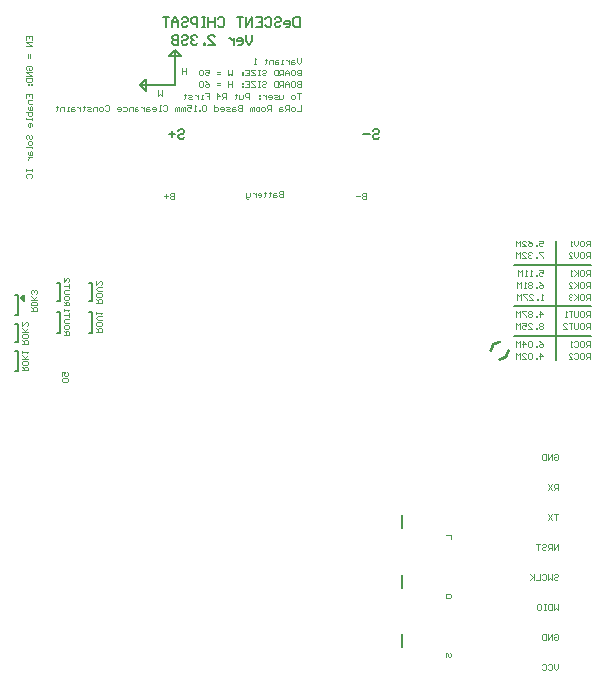
<source format=gbr>
G04*
G04 #@! TF.GenerationSoftware,Altium Limited,Altium Designer,25.8.1 (18)*
G04*
G04 Layer_Color=32896*
%FSLAX25Y25*%
%MOIN*%
G70*
G04*
G04 #@! TF.SameCoordinates,505960B2-D5C5-487F-9968-D24D6DC54575*
G04*
G04*
G04 #@! TF.FilePolarity,Positive*
G04*
G01*
G75*
%ADD13C,0.00600*%
%ADD14C,0.00787*%
%ADD15C,0.00598*%
%ADD19C,0.00315*%
%ADD66C,0.01000*%
D13*
X57190Y208565D02*
Y220376D01*
X55221Y218407D02*
X57190Y220376D01*
X55221Y218407D02*
X59158D01*
X47347Y206596D02*
Y210533D01*
X57190Y220376D02*
X59158Y218407D01*
X45379Y208565D02*
X47347Y210533D01*
X45379Y208565D02*
X57190D01*
X45379D02*
X47347Y206596D01*
X28543Y132874D02*
X29528D01*
Y125984D02*
Y132874D01*
X28543Y136811D02*
X29528D01*
Y142717D01*
X17717Y132874D02*
X18701D01*
Y125984D02*
Y132874D01*
X17717Y136811D02*
X18701D01*
Y142717D01*
X3937Y113189D02*
X4921D01*
Y120079D01*
X3937D02*
X4921D01*
X3937Y123031D02*
X4921D01*
Y128937D01*
X3937D02*
X4921D01*
X6890Y136811D02*
Y138779D01*
X5906Y137795D02*
X6890Y136811D01*
X5906Y137795D02*
X6890Y138779D01*
X3937Y131890D02*
X4921D01*
Y138779D01*
X3937D02*
X4921D01*
X17717Y125984D02*
X18701D01*
X17717Y142717D02*
X18701D01*
X28543Y125984D02*
X29528D01*
X28543Y142717D02*
X29528D01*
D14*
X132677Y41142D02*
Y45472D01*
Y21457D02*
Y25787D01*
Y60827D02*
Y65158D01*
X123098Y193372D02*
X123623Y193897D01*
X124672D01*
X125197Y193372D01*
Y192847D01*
X124672Y192322D01*
X123623D01*
X123098Y191798D01*
Y191273D01*
X123623Y190748D01*
X124672D01*
X125197Y191273D01*
X122048Y192322D02*
X119949D01*
X58137Y193372D02*
X58662Y193897D01*
X59711D01*
X60236Y193372D01*
Y192847D01*
X59711Y192322D01*
X58662D01*
X58137Y191798D01*
Y191273D01*
X58662Y190748D01*
X59711D01*
X60236Y191273D01*
X57088Y192322D02*
X54989D01*
X56038Y193372D02*
Y191273D01*
X98725Y231201D02*
Y228053D01*
X97151D01*
X96626Y228577D01*
Y230677D01*
X97151Y231201D01*
X98725D01*
X94002Y228053D02*
X95052D01*
X95577Y228577D01*
Y229627D01*
X95052Y230152D01*
X94002D01*
X93477Y229627D01*
Y229102D01*
X95577D01*
X90329Y230677D02*
X90854Y231201D01*
X91903D01*
X92428Y230677D01*
Y230152D01*
X91903Y229627D01*
X90854D01*
X90329Y229102D01*
Y228577D01*
X90854Y228053D01*
X91903D01*
X92428Y228577D01*
X87180Y230677D02*
X87705Y231201D01*
X88755D01*
X89279Y230677D01*
Y228577D01*
X88755Y228053D01*
X87705D01*
X87180Y228577D01*
X84032Y231201D02*
X86131D01*
Y228053D01*
X84032D01*
X86131Y229627D02*
X85081D01*
X82982Y228053D02*
Y231201D01*
X80883Y228053D01*
Y231201D01*
X79834D02*
X77735D01*
X78784D01*
Y228053D01*
X71437Y230677D02*
X71962Y231201D01*
X73012D01*
X73536Y230677D01*
Y228577D01*
X73012Y228053D01*
X71962D01*
X71437Y228577D01*
X70388Y231201D02*
Y228053D01*
Y229627D01*
X68289D01*
Y231201D01*
Y228053D01*
X67239Y231201D02*
X66190D01*
X66715D01*
Y228053D01*
X67239D01*
X66190D01*
X64615D02*
Y231201D01*
X63041D01*
X62516Y230677D01*
Y229627D01*
X63041Y229102D01*
X64615D01*
X59368Y230677D02*
X59893Y231201D01*
X60942D01*
X61467Y230677D01*
Y230152D01*
X60942Y229627D01*
X59893D01*
X59368Y229102D01*
Y228577D01*
X59893Y228053D01*
X60942D01*
X61467Y228577D01*
X58318Y228053D02*
Y230152D01*
X57269Y231201D01*
X56219Y230152D01*
Y228053D01*
Y229627D01*
X58318D01*
X55170Y231201D02*
X53071D01*
X54120D01*
Y228053D01*
X82977Y225296D02*
Y223197D01*
X81928Y222147D01*
X80878Y223197D01*
Y225296D01*
X78254Y222147D02*
X79304D01*
X79829Y222672D01*
Y223722D01*
X79304Y224246D01*
X78254D01*
X77729Y223722D01*
Y223197D01*
X79829D01*
X76680Y224246D02*
Y222147D01*
Y223197D01*
X76155Y223722D01*
X75630Y224246D01*
X75106D01*
X68284Y222147D02*
X70383D01*
X68284Y224246D01*
Y224771D01*
X68809Y225296D01*
X69858D01*
X70383Y224771D01*
X67234Y222147D02*
Y222672D01*
X66709D01*
Y222147D01*
X67234D01*
X64610Y224771D02*
X64086Y225296D01*
X63036D01*
X62511Y224771D01*
Y224246D01*
X63036Y223722D01*
X63561D01*
X63036D01*
X62511Y223197D01*
Y222672D01*
X63036Y222147D01*
X64086D01*
X64610Y222672D01*
X59363Y224771D02*
X59887Y225296D01*
X60937D01*
X61462Y224771D01*
Y224246D01*
X60937Y223722D01*
X59887D01*
X59363Y223197D01*
Y222672D01*
X59887Y222147D01*
X60937D01*
X61462Y222672D01*
X58313Y225296D02*
Y222147D01*
X56739D01*
X56214Y222672D01*
Y223197D01*
X56739Y223722D01*
X58313D01*
X56739D01*
X56214Y224246D01*
Y224771D01*
X56739Y225296D01*
X58313D01*
D15*
X184055Y117126D02*
Y156496D01*
X170276Y148622D02*
X195866D01*
X170276Y134843D02*
X195866D01*
X170276Y125000D02*
X195866D01*
D19*
X7417Y223573D02*
Y224885D01*
X9385D01*
Y223573D01*
X8401Y224885D02*
Y224229D01*
X9385Y222917D02*
X7417D01*
X9385Y221605D01*
X7417D01*
X8729Y218981D02*
Y217670D01*
X8073Y218981D02*
Y217670D01*
X7745Y213734D02*
X7417Y214062D01*
Y214718D01*
X7745Y215046D01*
X9057D01*
X9385Y214718D01*
Y214062D01*
X9057Y213734D01*
X8401D01*
Y214390D01*
X9385Y213078D02*
X7417D01*
X9385Y211766D01*
X7417D01*
Y211110D02*
X9385D01*
Y210126D01*
X9057Y209798D01*
X7745D01*
X7417Y210126D01*
Y211110D01*
X8073Y209142D02*
Y208814D01*
X8401D01*
Y209142D01*
X8073D01*
X9057D02*
Y208814D01*
X9385D01*
Y209142D01*
X9057D01*
X7417Y204222D02*
Y205534D01*
X9385D01*
Y204222D01*
X8401Y205534D02*
Y204878D01*
X9385Y203567D02*
X8073D01*
Y202583D01*
X8401Y202255D01*
X9385D01*
X8073Y201271D02*
Y200615D01*
X8401Y200287D01*
X9385D01*
Y201271D01*
X9057Y201599D01*
X8729Y201271D01*
Y200287D01*
X7417Y199631D02*
X9385D01*
Y198647D01*
X9057Y198319D01*
X8729D01*
X8401D01*
X8073Y198647D01*
Y199631D01*
X9385Y197663D02*
Y197007D01*
Y197335D01*
X7417D01*
Y197663D01*
X9385Y195039D02*
Y195695D01*
X9057Y196023D01*
X8401D01*
X8073Y195695D01*
Y195039D01*
X8401Y194711D01*
X8729D01*
Y196023D01*
X7745Y190775D02*
X7417Y191103D01*
Y191759D01*
X7745Y192087D01*
X8073D01*
X8401Y191759D01*
Y191103D01*
X8729Y190775D01*
X9057D01*
X9385Y191103D01*
Y191759D01*
X9057Y192087D01*
X9385Y189792D02*
Y189136D01*
X9057Y188808D01*
X8401D01*
X8073Y189136D01*
Y189792D01*
X8401Y190120D01*
X9057D01*
X9385Y189792D01*
Y188152D02*
Y187496D01*
Y187824D01*
X7417D01*
Y188152D01*
X8073Y186184D02*
Y185528D01*
X8401Y185200D01*
X9385D01*
Y186184D01*
X9057Y186512D01*
X8729Y186184D01*
Y185200D01*
X8073Y184544D02*
X9385D01*
X8729D01*
X8401Y184216D01*
X8073Y183888D01*
Y183560D01*
X7417Y180608D02*
Y179952D01*
Y180280D01*
X9385D01*
Y180608D01*
Y179952D01*
X7745Y177656D02*
X7417Y177984D01*
Y178640D01*
X7745Y178968D01*
X9057D01*
X9385Y178640D01*
Y177984D01*
X9057Y177656D01*
X52938Y206910D02*
Y204942D01*
X52282Y205598D01*
X51626Y204942D01*
Y206910D01*
X56772Y172558D02*
Y170591D01*
X55788D01*
X55460Y170919D01*
Y171247D01*
X55788Y171574D01*
X56772D01*
X55788D01*
X55460Y171903D01*
Y172230D01*
X55788Y172558D01*
X56772D01*
X54804Y171574D02*
X53492D01*
X54148Y172230D02*
Y170919D01*
X59473Y212187D02*
Y214155D01*
Y213171D01*
X60785D01*
Y212187D01*
Y214155D01*
X99094Y202086D02*
Y200118D01*
X97783D01*
X96799D02*
X96143D01*
X95815Y200446D01*
Y201102D01*
X96143Y201430D01*
X96799D01*
X97127Y201102D01*
Y200446D01*
X96799Y200118D01*
X95159D02*
Y202086D01*
X94175D01*
X93847Y201758D01*
Y201102D01*
X94175Y200774D01*
X95159D01*
X94503D02*
X93847Y200118D01*
X92863Y201430D02*
X92207D01*
X91879Y201102D01*
Y200118D01*
X92863D01*
X93191Y200446D01*
X92863Y200774D01*
X91879D01*
X89255Y200118D02*
Y202086D01*
X88271D01*
X87943Y201758D01*
Y201102D01*
X88271Y200774D01*
X89255D01*
X88599D02*
X87943Y200118D01*
X86959D02*
X86303D01*
X85975Y200446D01*
Y201102D01*
X86303Y201430D01*
X86959D01*
X87287Y201102D01*
Y200446D01*
X86959Y200118D01*
X84992D02*
X84336D01*
X84008Y200446D01*
Y201102D01*
X84336Y201430D01*
X84992D01*
X85320Y201102D01*
Y200446D01*
X84992Y200118D01*
X83352D02*
Y201430D01*
X83024D01*
X82696Y201102D01*
Y200118D01*
Y201102D01*
X82368Y201430D01*
X82040Y201102D01*
Y200118D01*
X79416Y202086D02*
Y200118D01*
X78432D01*
X78104Y200446D01*
Y200774D01*
X78432Y201102D01*
X79416D01*
X78432D01*
X78104Y201430D01*
Y201758D01*
X78432Y202086D01*
X79416D01*
X77120Y201430D02*
X76464D01*
X76136Y201102D01*
Y200118D01*
X77120D01*
X77448Y200446D01*
X77120Y200774D01*
X76136D01*
X75480Y200118D02*
X74496D01*
X74168Y200446D01*
X74496Y200774D01*
X75152D01*
X75480Y201102D01*
X75152Y201430D01*
X74168D01*
X72528Y200118D02*
X73184D01*
X73512Y200446D01*
Y201102D01*
X73184Y201430D01*
X72528D01*
X72200Y201102D01*
Y200774D01*
X73512D01*
X70232Y202086D02*
Y200118D01*
X71216D01*
X71544Y200446D01*
Y201102D01*
X71216Y201430D01*
X70232D01*
X67609Y201758D02*
X67281Y202086D01*
X66625D01*
X66297Y201758D01*
Y200446D01*
X66625Y200118D01*
X67281D01*
X67609Y200446D01*
Y201758D01*
X65641Y200118D02*
Y200446D01*
X65313D01*
Y200118D01*
X65641D01*
X64001D02*
X63345D01*
X63673D01*
Y202086D01*
X64001Y201758D01*
X61049Y202086D02*
X62361D01*
Y201102D01*
X61705Y201430D01*
X61377D01*
X61049Y201102D01*
Y200446D01*
X61377Y200118D01*
X62033D01*
X62361Y200446D01*
X60393Y200118D02*
Y201430D01*
X60065D01*
X59737Y201102D01*
Y200118D01*
Y201102D01*
X59409Y201430D01*
X59081Y201102D01*
Y200118D01*
X58425D02*
Y201430D01*
X58097D01*
X57769Y201102D01*
Y200118D01*
Y201102D01*
X57441Y201430D01*
X57113Y201102D01*
Y200118D01*
X53178Y201758D02*
X53506Y202086D01*
X54162D01*
X54490Y201758D01*
Y200446D01*
X54162Y200118D01*
X53506D01*
X53178Y200446D01*
X52522Y200118D02*
X51866D01*
X52194D01*
Y202086D01*
X52522D01*
X49898Y200118D02*
X50554D01*
X50882Y200446D01*
Y201102D01*
X50554Y201430D01*
X49898D01*
X49570Y201102D01*
Y200774D01*
X50882D01*
X48586Y201430D02*
X47930D01*
X47602Y201102D01*
Y200118D01*
X48586D01*
X48914Y200446D01*
X48586Y200774D01*
X47602D01*
X46946Y201430D02*
Y200118D01*
Y200774D01*
X46618Y201102D01*
X46290Y201430D01*
X45962D01*
X44650D02*
X43994D01*
X43666Y201102D01*
Y200118D01*
X44650D01*
X44978Y200446D01*
X44650Y200774D01*
X43666D01*
X43011Y200118D02*
Y201430D01*
X42026D01*
X41699Y201102D01*
Y200118D01*
X39731Y201430D02*
X40715D01*
X41043Y201102D01*
Y200446D01*
X40715Y200118D01*
X39731D01*
X38091D02*
X38747D01*
X39075Y200446D01*
Y201102D01*
X38747Y201430D01*
X38091D01*
X37763Y201102D01*
Y200774D01*
X39075D01*
X33827Y201758D02*
X34155Y202086D01*
X34811D01*
X35139Y201758D01*
Y200446D01*
X34811Y200118D01*
X34155D01*
X33827Y200446D01*
X32843Y200118D02*
X32187D01*
X31859Y200446D01*
Y201102D01*
X32187Y201430D01*
X32843D01*
X33171Y201102D01*
Y200446D01*
X32843Y200118D01*
X31203D02*
Y201430D01*
X30219D01*
X29891Y201102D01*
Y200118D01*
X29235D02*
X28251D01*
X27924Y200446D01*
X28251Y200774D01*
X28907D01*
X29235Y201102D01*
X28907Y201430D01*
X27924D01*
X26940Y201758D02*
Y201430D01*
X27268D01*
X26612D01*
X26940D01*
Y200446D01*
X26612Y200118D01*
X25628Y201430D02*
Y200118D01*
Y200774D01*
X25300Y201102D01*
X24972Y201430D01*
X24644D01*
X23332D02*
X22676D01*
X22348Y201102D01*
Y200118D01*
X23332D01*
X23660Y200446D01*
X23332Y200774D01*
X22348D01*
X21692Y200118D02*
X21036D01*
X21364D01*
Y201430D01*
X21692D01*
X20052Y200118D02*
Y201430D01*
X19068D01*
X18740Y201102D01*
Y200118D01*
X17756Y201758D02*
Y201430D01*
X18084D01*
X17428D01*
X17756D01*
Y200446D01*
X17428Y200118D01*
X178819Y117441D02*
Y119409D01*
X179803Y118425D01*
X178491D01*
X177835Y117441D02*
Y117769D01*
X177507D01*
Y117441D01*
X177835D01*
X176195Y119081D02*
X175867Y119409D01*
X175212D01*
X174883Y119081D01*
Y117769D01*
X175212Y117441D01*
X175867D01*
X176195Y117769D01*
Y119081D01*
X172916Y117441D02*
X174227D01*
X172916Y118753D01*
Y119081D01*
X173244Y119409D01*
X173900D01*
X174227Y119081D01*
X172260Y117441D02*
Y119409D01*
X171604Y118753D01*
X170948Y119409D01*
Y117441D01*
X178491Y123346D02*
X179147Y123018D01*
X179803Y122362D01*
Y121706D01*
X179475Y121378D01*
X178819D01*
X178491Y121706D01*
Y122034D01*
X178819Y122362D01*
X179803D01*
X177835Y121378D02*
Y121706D01*
X177507D01*
Y121378D01*
X177835D01*
X176195Y123018D02*
X175867Y123346D01*
X175212D01*
X174883Y123018D01*
Y121706D01*
X175212Y121378D01*
X175867D01*
X176195Y121706D01*
Y123018D01*
X173244Y121378D02*
Y123346D01*
X174227Y122362D01*
X172916D01*
X172260Y121378D02*
Y123346D01*
X171604Y122690D01*
X170948Y123346D01*
Y121378D01*
X195551Y117441D02*
Y119409D01*
X194567D01*
X194239Y119081D01*
Y118425D01*
X194567Y118097D01*
X195551D01*
X194895D02*
X194239Y117441D01*
X192599Y119409D02*
X193255D01*
X193583Y119081D01*
Y117769D01*
X193255Y117441D01*
X192599D01*
X192271Y117769D01*
Y119081D01*
X192599Y119409D01*
X190304Y119081D02*
X190631Y119409D01*
X191288D01*
X191615Y119081D01*
Y117769D01*
X191288Y117441D01*
X190631D01*
X190304Y117769D01*
X188336Y117441D02*
X189648D01*
X188336Y118753D01*
Y119081D01*
X188664Y119409D01*
X189320D01*
X189648Y119081D01*
X195551Y121378D02*
Y123346D01*
X194567D01*
X194239Y123018D01*
Y122362D01*
X194567Y122034D01*
X195551D01*
X194895D02*
X194239Y121378D01*
X192599Y123346D02*
X193255D01*
X193583Y123018D01*
Y121706D01*
X193255Y121378D01*
X192599D01*
X192271Y121706D01*
Y123018D01*
X192599Y123346D01*
X190304Y123018D02*
X190631Y123346D01*
X191288D01*
X191615Y123018D01*
Y121706D01*
X191288Y121378D01*
X190631D01*
X190304Y121706D01*
X189648Y121378D02*
X188992D01*
X189320D01*
Y123346D01*
X189648Y123018D01*
X179803Y128923D02*
X179475Y129251D01*
X178819D01*
X178491Y128923D01*
Y128595D01*
X178819Y128267D01*
X178491Y127939D01*
Y127611D01*
X178819Y127284D01*
X179475D01*
X179803Y127611D01*
Y127939D01*
X179475Y128267D01*
X179803Y128595D01*
Y128923D01*
X179475Y128267D02*
X178819D01*
X177835Y127284D02*
Y127611D01*
X177507D01*
Y127284D01*
X177835D01*
X174883D02*
X176195D01*
X174883Y128595D01*
Y128923D01*
X175212Y129251D01*
X175867D01*
X176195Y128923D01*
X172916Y129251D02*
X174227D01*
Y128267D01*
X173572Y128595D01*
X173244D01*
X172916Y128267D01*
Y127611D01*
X173244Y127284D01*
X173900D01*
X174227Y127611D01*
X172260Y127284D02*
Y129251D01*
X171604Y128595D01*
X170948Y129251D01*
Y127284D01*
X178819Y131220D02*
Y133188D01*
X179803Y132204D01*
X178491D01*
X177835Y131220D02*
Y131549D01*
X177507D01*
Y131220D01*
X177835D01*
X176195Y132860D02*
X175867Y133188D01*
X175212D01*
X174883Y132860D01*
Y132532D01*
X175212Y132204D01*
X174883Y131876D01*
Y131549D01*
X175212Y131220D01*
X175867D01*
X176195Y131549D01*
Y131876D01*
X175867Y132204D01*
X176195Y132532D01*
Y132860D01*
X175867Y132204D02*
X175212D01*
X174227Y133188D02*
X172916D01*
Y132860D01*
X174227Y131549D01*
Y131220D01*
X172260D02*
Y133188D01*
X171604Y132532D01*
X170948Y133188D01*
Y131220D01*
X179803Y137126D02*
X179147D01*
X179475D01*
Y139094D01*
X179803Y138766D01*
X178163Y137126D02*
Y137454D01*
X177835D01*
Y137126D01*
X178163D01*
X175212D02*
X176523D01*
X175212Y138438D01*
Y138766D01*
X175539Y139094D01*
X176195D01*
X176523Y138766D01*
X174556Y139094D02*
X173244D01*
Y138766D01*
X174556Y137454D01*
Y137126D01*
X172588D02*
Y139094D01*
X171932Y138438D01*
X171276Y139094D01*
Y137126D01*
X178491Y143031D02*
X179147Y142703D01*
X179803Y142047D01*
Y141391D01*
X179475Y141063D01*
X178819D01*
X178491Y141391D01*
Y141719D01*
X178819Y142047D01*
X179803D01*
X177835Y141063D02*
Y141391D01*
X177507D01*
Y141063D01*
X177835D01*
X176195Y142703D02*
X175867Y143031D01*
X175212D01*
X174883Y142703D01*
Y142375D01*
X175212Y142047D01*
X174883Y141719D01*
Y141391D01*
X175212Y141063D01*
X175867D01*
X176195Y141391D01*
Y141719D01*
X175867Y142047D01*
X176195Y142375D01*
Y142703D01*
X175867Y142047D02*
X175212D01*
X174227Y141063D02*
X173572D01*
X173900D01*
Y143031D01*
X174227Y142703D01*
X172588Y141063D02*
Y143031D01*
X171932Y142375D01*
X171276Y143031D01*
Y141063D01*
X178491Y146968D02*
X179803D01*
Y145984D01*
X179147Y146312D01*
X178819D01*
X178491Y145984D01*
Y145328D01*
X178819Y145000D01*
X179475D01*
X179803Y145328D01*
X177835Y145000D02*
Y145328D01*
X177507D01*
Y145000D01*
X177835D01*
X176195D02*
X175540D01*
X175867D01*
Y146968D01*
X176195Y146640D01*
X174556Y145000D02*
X173900D01*
X174227D01*
Y146968D01*
X174556Y146640D01*
X172916Y145000D02*
Y146968D01*
X172260Y146312D01*
X171604Y146968D01*
Y145000D01*
X179803Y152873D02*
X178491D01*
Y152545D01*
X179803Y151233D01*
Y150906D01*
X177835D02*
Y151233D01*
X177507D01*
Y150906D01*
X177835D01*
X176195Y152545D02*
X175867Y152873D01*
X175212D01*
X174883Y152545D01*
Y152217D01*
X175212Y151889D01*
X175540D01*
X175212D01*
X174883Y151561D01*
Y151233D01*
X175212Y150906D01*
X175867D01*
X176195Y151233D01*
X172916Y150906D02*
X174227D01*
X172916Y152217D01*
Y152545D01*
X173244Y152873D01*
X173900D01*
X174227Y152545D01*
X172260Y150906D02*
Y152873D01*
X171604Y152217D01*
X170948Y152873D01*
Y150906D01*
X178491Y156810D02*
X179803D01*
Y155826D01*
X179147Y156154D01*
X178819D01*
X178491Y155826D01*
Y155171D01*
X178819Y154842D01*
X179475D01*
X179803Y155171D01*
X177835Y154842D02*
Y155171D01*
X177507D01*
Y154842D01*
X177835D01*
X174883Y156810D02*
X175540Y156482D01*
X176195Y155826D01*
Y155171D01*
X175867Y154842D01*
X175212D01*
X174883Y155171D01*
Y155499D01*
X175212Y155826D01*
X176195D01*
X172916Y154842D02*
X174227D01*
X172916Y156154D01*
Y156482D01*
X173244Y156810D01*
X173900D01*
X174227Y156482D01*
X172260Y154842D02*
Y156810D01*
X171604Y156154D01*
X170948Y156810D01*
Y154842D01*
X195551Y127284D02*
Y129251D01*
X194567D01*
X194239Y128923D01*
Y128267D01*
X194567Y127939D01*
X195551D01*
X194895D02*
X194239Y127284D01*
X192599Y129251D02*
X193255D01*
X193583Y128923D01*
Y127611D01*
X193255Y127284D01*
X192599D01*
X192271Y127611D01*
Y128923D01*
X192599Y129251D01*
X191615D02*
Y127611D01*
X191288Y127284D01*
X190631D01*
X190304Y127611D01*
Y129251D01*
X189648D02*
X188336D01*
X188992D01*
Y127284D01*
X186368D02*
X187680D01*
X186368Y128595D01*
Y128923D01*
X186696Y129251D01*
X187352D01*
X187680Y128923D01*
X195551Y131220D02*
Y133188D01*
X194567D01*
X194239Y132860D01*
Y132204D01*
X194567Y131876D01*
X195551D01*
X194895D02*
X194239Y131220D01*
X192599Y133188D02*
X193255D01*
X193583Y132860D01*
Y131549D01*
X193255Y131220D01*
X192599D01*
X192271Y131549D01*
Y132860D01*
X192599Y133188D01*
X191615D02*
Y131549D01*
X191288Y131220D01*
X190631D01*
X190304Y131549D01*
Y133188D01*
X189648D02*
X188336D01*
X188992D01*
Y131220D01*
X187680D02*
X187024D01*
X187352D01*
Y133188D01*
X187680Y132860D01*
X195551Y137126D02*
Y139094D01*
X194567D01*
X194239Y138766D01*
Y138110D01*
X194567Y137782D01*
X195551D01*
X194895D02*
X194239Y137126D01*
X192599Y139094D02*
X193255D01*
X193583Y138766D01*
Y137454D01*
X193255Y137126D01*
X192599D01*
X192271Y137454D01*
Y138766D01*
X192599Y139094D01*
X191615D02*
Y137126D01*
Y137782D01*
X190304Y139094D01*
X191288Y138110D01*
X190304Y137126D01*
X189648Y138766D02*
X189320Y139094D01*
X188664D01*
X188336Y138766D01*
Y138438D01*
X188664Y138110D01*
X188992D01*
X188664D01*
X188336Y137782D01*
Y137454D01*
X188664Y137126D01*
X189320D01*
X189648Y137454D01*
X195551Y141063D02*
Y143031D01*
X194567D01*
X194239Y142703D01*
Y142047D01*
X194567Y141719D01*
X195551D01*
X194895D02*
X194239Y141063D01*
X192599Y143031D02*
X193255D01*
X193583Y142703D01*
Y141391D01*
X193255Y141063D01*
X192599D01*
X192271Y141391D01*
Y142703D01*
X192599Y143031D01*
X191615D02*
Y141063D01*
Y141719D01*
X190304Y143031D01*
X191288Y142047D01*
X190304Y141063D01*
X188336D02*
X189648D01*
X188336Y142375D01*
Y142703D01*
X188664Y143031D01*
X189320D01*
X189648Y142703D01*
X195551Y145000D02*
Y146968D01*
X194567D01*
X194239Y146640D01*
Y145984D01*
X194567Y145656D01*
X195551D01*
X194895D02*
X194239Y145000D01*
X192599Y146968D02*
X193255D01*
X193583Y146640D01*
Y145328D01*
X193255Y145000D01*
X192599D01*
X192271Y145328D01*
Y146640D01*
X192599Y146968D01*
X191615D02*
Y145000D01*
Y145656D01*
X190304Y146968D01*
X191288Y145984D01*
X190304Y145000D01*
X189648D02*
X188992D01*
X189320D01*
Y146968D01*
X189648Y146640D01*
X195551Y150906D02*
Y152873D01*
X194567D01*
X194239Y152545D01*
Y151889D01*
X194567Y151561D01*
X195551D01*
X194895D02*
X194239Y150906D01*
X192599Y152873D02*
X193255D01*
X193583Y152545D01*
Y151233D01*
X193255Y150906D01*
X192599D01*
X192271Y151233D01*
Y152545D01*
X192599Y152873D01*
X191615D02*
Y151561D01*
X190960Y150906D01*
X190304Y151561D01*
Y152873D01*
X188336Y150906D02*
X189648D01*
X188336Y152217D01*
Y152545D01*
X188664Y152873D01*
X189320D01*
X189648Y152545D01*
X195551Y154842D02*
Y156810D01*
X194567D01*
X194239Y156482D01*
Y155826D01*
X194567Y155499D01*
X195551D01*
X194895D02*
X194239Y154842D01*
X192599Y156810D02*
X193255D01*
X193583Y156482D01*
Y155171D01*
X193255Y154842D01*
X192599D01*
X192271Y155171D01*
Y156482D01*
X192599Y156810D01*
X191615D02*
Y155499D01*
X190960Y154842D01*
X190304Y155499D01*
Y156810D01*
X189648Y154842D02*
X188992D01*
X189320D01*
Y156810D01*
X189648Y156482D01*
X20000Y125315D02*
X21968D01*
Y126299D01*
X21640Y126627D01*
X20984D01*
X20656Y126299D01*
Y125315D01*
Y125971D02*
X20000Y126627D01*
X21968Y128267D02*
Y127611D01*
X21640Y127283D01*
X20328D01*
X20000Y127611D01*
Y128267D01*
X20328Y128595D01*
X21640D01*
X21968Y128267D01*
Y129251D02*
X20328D01*
X20000Y129579D01*
Y130235D01*
X20328Y130563D01*
X21968D01*
Y131219D02*
Y132530D01*
Y131875D01*
X20000D01*
Y133186D02*
Y133842D01*
Y133514D01*
X21968D01*
X21640Y133186D01*
X9173Y133189D02*
X11141D01*
Y134173D01*
X10813Y134501D01*
X10157D01*
X9829Y134173D01*
Y133189D01*
Y133845D02*
X9173Y134501D01*
X11141Y136141D02*
Y135485D01*
X10813Y135157D01*
X9501D01*
X9173Y135485D01*
Y136141D01*
X9501Y136469D01*
X10813D01*
X11141Y136141D01*
Y137125D02*
X9173D01*
X9829D01*
X11141Y138437D01*
X10157Y137453D01*
X9173Y138437D01*
X10813Y139093D02*
X11141Y139420D01*
Y140076D01*
X10813Y140404D01*
X10485D01*
X10157Y140076D01*
Y139749D01*
Y140076D01*
X9829Y140404D01*
X9501D01*
X9173Y140076D01*
Y139420D01*
X9501Y139093D01*
X6221Y113504D02*
X8188D01*
Y114488D01*
X7860Y114816D01*
X7204D01*
X6876Y114488D01*
Y113504D01*
Y114160D02*
X6221Y114816D01*
X8188Y116456D02*
Y115800D01*
X7860Y115472D01*
X6548D01*
X6221Y115800D01*
Y116456D01*
X6548Y116784D01*
X7860D01*
X8188Y116456D01*
Y117440D02*
X6221D01*
X6876D01*
X8188Y118752D01*
X7204Y117768D01*
X6221Y118752D01*
Y119407D02*
Y120063D01*
Y119736D01*
X8188D01*
X7860Y119407D01*
X6221Y122362D02*
X8188D01*
Y123346D01*
X7860Y123674D01*
X7204D01*
X6876Y123346D01*
Y122362D01*
Y123018D02*
X6221Y123674D01*
X8188Y125314D02*
Y124658D01*
X7860Y124330D01*
X6548D01*
X6221Y124658D01*
Y125314D01*
X6548Y125642D01*
X7860D01*
X8188Y125314D01*
Y126298D02*
X6221D01*
X6876D01*
X8188Y127610D01*
X7204Y126626D01*
X6221Y127610D01*
Y129578D02*
Y128266D01*
X7532Y129578D01*
X7860D01*
X8188Y129250D01*
Y128594D01*
X7860Y128266D01*
X20000Y135158D02*
X21968D01*
Y136141D01*
X21640Y136469D01*
X20984D01*
X20656Y136141D01*
Y135158D01*
Y135813D02*
X20000Y136469D01*
X21968Y138109D02*
Y137453D01*
X21640Y137125D01*
X20328D01*
X20000Y137453D01*
Y138109D01*
X20328Y138437D01*
X21640D01*
X21968Y138109D01*
Y139093D02*
X20328D01*
X20000Y139421D01*
Y140077D01*
X20328Y140405D01*
X21968D01*
Y141061D02*
Y142373D01*
Y141717D01*
X20000D01*
Y144341D02*
Y143029D01*
X21312Y144341D01*
X21640D01*
X21968Y144013D01*
Y143357D01*
X21640Y143029D01*
X30827Y126299D02*
X32795D01*
Y127283D01*
X32467Y127611D01*
X31811D01*
X31483Y127283D01*
Y126299D01*
Y126955D02*
X30827Y127611D01*
X32795Y129251D02*
Y128595D01*
X32467Y128267D01*
X31155D01*
X30827Y128595D01*
Y129251D01*
X31155Y129579D01*
X32467D01*
X32795Y129251D01*
Y130235D02*
X31483D01*
X30827Y130891D01*
X31483Y131547D01*
X32795D01*
X30827Y132203D02*
Y132859D01*
Y132531D01*
X32795D01*
X32467Y132203D01*
X30827Y136142D02*
X32795D01*
Y137126D01*
X32467Y137454D01*
X31811D01*
X31483Y137126D01*
Y136142D01*
Y136798D02*
X30827Y137454D01*
X32795Y139093D02*
Y138438D01*
X32467Y138110D01*
X31155D01*
X30827Y138438D01*
Y139093D01*
X31155Y139421D01*
X32467D01*
X32795Y139093D01*
Y140077D02*
X31483D01*
X30827Y140733D01*
X31483Y141389D01*
X32795D01*
X30827Y143357D02*
Y142045D01*
X32139Y143357D01*
X32467D01*
X32795Y143029D01*
Y142373D01*
X32467Y142045D01*
X120748Y172558D02*
Y170591D01*
X119764D01*
X119436Y170919D01*
Y171247D01*
X119764Y171574D01*
X120748D01*
X119764D01*
X119436Y171903D01*
Y172230D01*
X119764Y172558D01*
X120748D01*
X118780Y171574D02*
X117468D01*
X93189Y173214D02*
Y171247D01*
X92205D01*
X91877Y171574D01*
Y171902D01*
X92205Y172230D01*
X93189D01*
X92205D01*
X91877Y172558D01*
Y172886D01*
X92205Y173214D01*
X93189D01*
X90893Y172558D02*
X90237D01*
X89909Y172230D01*
Y171247D01*
X90893D01*
X91221Y171574D01*
X90893Y171902D01*
X89909D01*
X88925Y172886D02*
Y172558D01*
X89253D01*
X88597D01*
X88925D01*
Y171574D01*
X88597Y171247D01*
X87285Y172886D02*
Y172558D01*
X87613D01*
X86957D01*
X87285D01*
Y171574D01*
X86957Y171247D01*
X84990D02*
X85646D01*
X85974Y171574D01*
Y172230D01*
X85646Y172558D01*
X84990D01*
X84662Y172230D01*
Y171902D01*
X85974D01*
X84006Y172558D02*
Y171247D01*
Y171902D01*
X83678Y172230D01*
X83350Y172558D01*
X83022D01*
X82038D02*
Y171574D01*
X81710Y171247D01*
X80726D01*
Y170919D01*
X81054Y170591D01*
X81382D01*
X80726Y171247D02*
Y172558D01*
X99198Y206023D02*
X97886D01*
X98542D01*
Y204055D01*
X96902D02*
X96246D01*
X95918Y204383D01*
Y205039D01*
X96246Y205367D01*
X96902D01*
X97230Y205039D01*
Y204383D01*
X96902Y204055D01*
X93294Y205367D02*
Y204383D01*
X92966Y204055D01*
X91982D01*
Y205367D01*
X91326Y204055D02*
X90342D01*
X90014Y204383D01*
X90342Y204711D01*
X90998D01*
X91326Y205039D01*
X90998Y205367D01*
X90014D01*
X88374Y204055D02*
X89030D01*
X89358Y204383D01*
Y205039D01*
X89030Y205367D01*
X88374D01*
X88046Y205039D01*
Y204711D01*
X89358D01*
X87391Y205367D02*
Y204055D01*
Y204711D01*
X87063Y205039D01*
X86734Y205367D01*
X86406D01*
X85423D02*
X85095D01*
Y205039D01*
X85423D01*
Y205367D01*
Y204383D02*
X85095D01*
Y204055D01*
X85423D01*
Y204383D01*
X81815Y204055D02*
Y206023D01*
X80831D01*
X80503Y205695D01*
Y205039D01*
X80831Y204711D01*
X81815D01*
X79847Y205367D02*
Y204383D01*
X79519Y204055D01*
X78535D01*
Y205367D01*
X77551Y205695D02*
Y205367D01*
X77879D01*
X77223D01*
X77551D01*
Y204383D01*
X77223Y204055D01*
X74271D02*
Y206023D01*
X73287D01*
X72960Y205695D01*
Y205039D01*
X73287Y204711D01*
X74271D01*
X73615D02*
X72960Y204055D01*
X71320D02*
Y206023D01*
X72303Y205039D01*
X70992D01*
X67056Y206023D02*
X68368D01*
Y205039D01*
X67712D01*
X68368D01*
Y204055D01*
X66400D02*
X65744D01*
X66072D01*
Y205367D01*
X66400D01*
X64760D02*
Y204055D01*
Y204711D01*
X64432Y205039D01*
X64104Y205367D01*
X63776D01*
X62792Y204055D02*
X61808D01*
X61480Y204383D01*
X61808Y204711D01*
X62464D01*
X62792Y205039D01*
X62464Y205367D01*
X61480D01*
X60496Y205695D02*
Y205367D01*
X60824D01*
X60168D01*
X60496D01*
Y204383D01*
X60168Y204055D01*
X19371Y111562D02*
Y112874D01*
X20355D01*
X20027Y112218D01*
Y111890D01*
X20355Y111562D01*
X21011D01*
X21339Y111890D01*
Y112546D01*
X21011Y112874D01*
X19699Y110906D02*
X19371Y110578D01*
Y109922D01*
X19699Y109594D01*
X21011D01*
X21339Y109922D01*
Y110578D01*
X21011Y110906D01*
X19699D01*
X99198Y213800D02*
Y211832D01*
X98214D01*
X97886Y212160D01*
Y212488D01*
X98214Y212816D01*
X99198D01*
X98214D01*
X97886Y213144D01*
Y213472D01*
X98214Y213800D01*
X99198D01*
X96246D02*
X96902D01*
X97230Y213472D01*
Y212160D01*
X96902Y211832D01*
X96246D01*
X95918Y212160D01*
Y213472D01*
X96246Y213800D01*
X95262Y211832D02*
Y213144D01*
X94606Y213800D01*
X93950Y213144D01*
Y211832D01*
Y212816D01*
X95262D01*
X93294Y211832D02*
Y213800D01*
X92310D01*
X91982Y213472D01*
Y212816D01*
X92310Y212488D01*
X93294D01*
X92638D02*
X91982Y211832D01*
X91326Y213800D02*
Y211832D01*
X90342D01*
X90014Y212160D01*
Y213472D01*
X90342Y213800D01*
X91326D01*
X86079Y213472D02*
X86406Y213800D01*
X87063D01*
X87391Y213472D01*
Y213144D01*
X87063Y212816D01*
X86406D01*
X86079Y212488D01*
Y212160D01*
X86406Y211832D01*
X87063D01*
X87391Y212160D01*
X85423Y213800D02*
X84767D01*
X85095D01*
Y211832D01*
X85423D01*
X84767D01*
X83783Y213800D02*
X82471D01*
Y213472D01*
X83783Y212160D01*
Y211832D01*
X82471D01*
X80503Y213800D02*
X81815D01*
Y211832D01*
X80503D01*
X81815Y212816D02*
X81159D01*
X79847Y213144D02*
X79519D01*
Y212816D01*
X79847D01*
Y213144D01*
Y212160D02*
X79519D01*
Y211832D01*
X79847D01*
Y212160D01*
X76239Y213800D02*
Y211832D01*
X75583Y212488D01*
X74927Y211832D01*
Y213800D01*
X72303Y212488D02*
X70992D01*
X72303Y213144D02*
X70992D01*
X67056Y213800D02*
X68368D01*
Y212816D01*
X67712Y213144D01*
X67384D01*
X67056Y212816D01*
Y212160D01*
X67384Y211832D01*
X68040D01*
X68368Y212160D01*
X66400Y213472D02*
X66072Y213800D01*
X65416D01*
X65088Y213472D01*
Y212160D01*
X65416Y211832D01*
X66072D01*
X66400Y212160D01*
Y213472D01*
X99198Y209863D02*
Y207895D01*
X98214D01*
X97886Y208223D01*
Y208551D01*
X98214Y208879D01*
X99198D01*
X98214D01*
X97886Y209207D01*
Y209535D01*
X98214Y209863D01*
X99198D01*
X96246D02*
X96902D01*
X97230Y209535D01*
Y208223D01*
X96902Y207895D01*
X96246D01*
X95918Y208223D01*
Y209535D01*
X96246Y209863D01*
X95262Y207895D02*
Y209207D01*
X94606Y209863D01*
X93950Y209207D01*
Y207895D01*
Y208879D01*
X95262D01*
X93294Y207895D02*
Y209863D01*
X92310D01*
X91982Y209535D01*
Y208879D01*
X92310Y208551D01*
X93294D01*
X92638D02*
X91982Y207895D01*
X91326Y209863D02*
Y207895D01*
X90342D01*
X90014Y208223D01*
Y209535D01*
X90342Y209863D01*
X91326D01*
X86079Y209535D02*
X86406Y209863D01*
X87063D01*
X87391Y209535D01*
Y209207D01*
X87063Y208879D01*
X86406D01*
X86079Y208551D01*
Y208223D01*
X86406Y207895D01*
X87063D01*
X87391Y208223D01*
X85423Y209863D02*
X84767D01*
X85095D01*
Y207895D01*
X85423D01*
X84767D01*
X83783Y209863D02*
X82471D01*
Y209535D01*
X83783Y208223D01*
Y207895D01*
X82471D01*
X80503Y209863D02*
X81815D01*
Y207895D01*
X80503D01*
X81815Y208879D02*
X81159D01*
X79847Y209207D02*
X79519D01*
Y208879D01*
X79847D01*
Y209207D01*
Y208223D02*
X79519D01*
Y207895D01*
X79847D01*
Y208223D01*
X76239Y209863D02*
Y207895D01*
Y208879D01*
X74927D01*
Y209863D01*
Y207895D01*
X72303Y208551D02*
X70992D01*
X72303Y209207D02*
X70992D01*
X67056Y209863D02*
X67712Y209535D01*
X68368Y208879D01*
Y208223D01*
X68040Y207895D01*
X67384D01*
X67056Y208223D01*
Y208551D01*
X67384Y208879D01*
X68368D01*
X66400Y209535D02*
X66072Y209863D01*
X65416D01*
X65088Y209535D01*
Y208223D01*
X65416Y207895D01*
X66072D01*
X66400Y208223D01*
Y209535D01*
X99198Y217737D02*
Y216425D01*
X98542Y215769D01*
X97886Y216425D01*
Y217737D01*
X96902Y217081D02*
X96246D01*
X95918Y216753D01*
Y215769D01*
X96902D01*
X97230Y216097D01*
X96902Y216425D01*
X95918D01*
X95262Y217081D02*
Y215769D01*
Y216425D01*
X94934Y216753D01*
X94606Y217081D01*
X94278D01*
X93294Y215769D02*
X92638D01*
X92966D01*
Y217081D01*
X93294D01*
X91326D02*
X90670D01*
X90342Y216753D01*
Y215769D01*
X91326D01*
X91654Y216097D01*
X91326Y216425D01*
X90342D01*
X89686Y215769D02*
Y217081D01*
X88702D01*
X88374Y216753D01*
Y215769D01*
X87390Y217409D02*
Y217081D01*
X87718D01*
X87063D01*
X87390D01*
Y216097D01*
X87063Y215769D01*
X84111D02*
X83455D01*
X83783D01*
Y217737D01*
X84111Y217409D01*
X147324Y58740D02*
X149291D01*
Y57428D01*
X183511Y85419D02*
X183839Y85747D01*
X184495D01*
X184823Y85419D01*
Y84108D01*
X184495Y83780D01*
X183839D01*
X183511Y84108D01*
Y84763D01*
X184167D01*
X182855Y83780D02*
Y85747D01*
X181543Y83780D01*
Y85747D01*
X180887D02*
Y83780D01*
X179903D01*
X179575Y84108D01*
Y85419D01*
X179903Y85747D01*
X180887D01*
X184823Y65697D02*
X183511D01*
X184167D01*
Y63729D01*
X182855Y65697D02*
X181543Y63729D01*
Y65697D02*
X182855Y63729D01*
X184823Y53704D02*
Y55672D01*
X183511Y53704D01*
Y55672D01*
X182855Y53704D02*
Y55672D01*
X181871D01*
X181543Y55344D01*
Y54688D01*
X181871Y54360D01*
X182855D01*
X182199D02*
X181543Y53704D01*
X179575Y55344D02*
X179903Y55672D01*
X180559D01*
X180887Y55344D01*
Y55015D01*
X180559Y54688D01*
X179903D01*
X179575Y54360D01*
Y54032D01*
X179903Y53704D01*
X180559D01*
X180887Y54032D01*
X178919Y55672D02*
X177607D01*
X178263D01*
Y53704D01*
X184823Y15570D02*
Y14258D01*
X184167Y13602D01*
X183511Y14258D01*
Y15570D01*
X181543Y15242D02*
X181871Y15570D01*
X182527D01*
X182855Y15242D01*
Y13930D01*
X182527Y13602D01*
X181871D01*
X181543Y13930D01*
X179575Y15242D02*
X179903Y15570D01*
X180559D01*
X180887Y15242D01*
Y13930D01*
X180559Y13602D01*
X179903D01*
X179575Y13930D01*
X184823Y35621D02*
Y33653D01*
X184167Y34309D01*
X183511Y33653D01*
Y35621D01*
X182855D02*
Y33653D01*
X181871D01*
X181543Y33981D01*
Y35293D01*
X181871Y35621D01*
X182855D01*
X180887D02*
X180231D01*
X180559D01*
Y33653D01*
X180887D01*
X180231D01*
X178263Y35621D02*
X178919D01*
X179247Y35293D01*
Y33981D01*
X178919Y33653D01*
X178263D01*
X177935Y33981D01*
Y35293D01*
X178263Y35621D01*
X183511Y25268D02*
X183839Y25596D01*
X184495D01*
X184823Y25268D01*
Y23956D01*
X184495Y23628D01*
X183839D01*
X183511Y23956D01*
Y24612D01*
X184167D01*
X182855Y23628D02*
Y25596D01*
X181543Y23628D01*
Y25596D01*
X180887D02*
Y23628D01*
X179903D01*
X179575Y23956D01*
Y25268D01*
X179903Y25596D01*
X180887D01*
X183511Y45318D02*
X183839Y45646D01*
X184495D01*
X184823Y45318D01*
Y44990D01*
X184495Y44662D01*
X183839D01*
X183511Y44334D01*
Y44006D01*
X183839Y43678D01*
X184495D01*
X184823Y44006D01*
X182855Y45646D02*
Y43678D01*
X182199Y44334D01*
X181543Y43678D01*
Y45646D01*
X179575Y45318D02*
X179903Y45646D01*
X180559D01*
X180887Y45318D01*
Y44006D01*
X180559Y43678D01*
X179903D01*
X179575Y44006D01*
X178919Y45646D02*
Y43678D01*
X177607D01*
X176951Y45646D02*
Y43678D01*
Y44334D01*
X175639Y45646D01*
X176623Y44662D01*
X175639Y43678D01*
X184823Y73754D02*
Y75722D01*
X183839D01*
X183511Y75394D01*
Y74738D01*
X183839Y74410D01*
X184823D01*
X184167D02*
X183511Y73754D01*
X182855Y75722D02*
X181543Y73754D01*
Y75722D02*
X182855Y73754D01*
X147324Y38071D02*
Y38727D01*
X147651Y39055D01*
X148963D01*
X149291Y38727D01*
Y38071D01*
X148963Y37743D01*
X147651D01*
X147324Y38071D01*
X147651Y18058D02*
X147324Y18386D01*
Y19042D01*
X147651Y19370D01*
X147979D01*
X148307Y19042D01*
Y18386D01*
X148635Y18058D01*
X148963D01*
X149291Y18386D01*
Y19042D01*
X148963Y19370D01*
D66*
X165354Y117126D02*
G03*
X168307Y120079I0J2953D01*
G01*
X165354Y123031D02*
G03*
X162402Y120079I-0J-2953D01*
G01*
M02*

</source>
